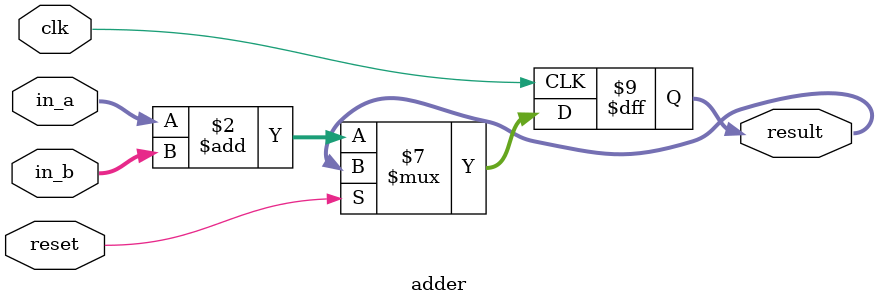
<source format=sv>
module adder (
    input [15:0] in_a,
    input [15:0] in_b,
    input clk,
    input reset,

    output [15:0] result
);

    always @(posedge clk) begin
        if(reset) begin
            reult<=0;
        end
        else begin
            result <= in_a + in_b;
        end
    end


endmodule
</source>
